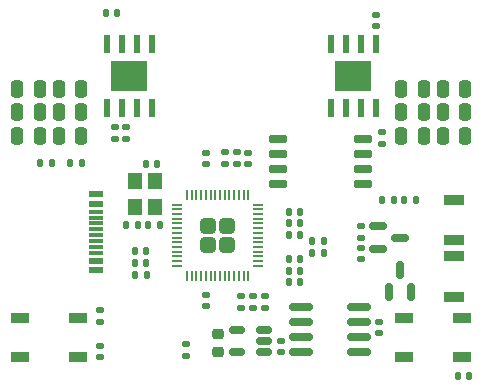
<source format=gbr>
%TF.GenerationSoftware,KiCad,Pcbnew,9.0.0*%
%TF.CreationDate,2025-02-22T01:50:20-08:00*%
%TF.ProjectId,Integrated FOC Stepper Driver,496e7465-6772-4617-9465-6420464f4320,rev?*%
%TF.SameCoordinates,Original*%
%TF.FileFunction,Paste,Top*%
%TF.FilePolarity,Positive*%
%FSLAX46Y46*%
G04 Gerber Fmt 4.6, Leading zero omitted, Abs format (unit mm)*
G04 Created by KiCad (PCBNEW 9.0.0) date 2025-02-22 01:50:20*
%MOMM*%
%LPD*%
G01*
G04 APERTURE LIST*
G04 Aperture macros list*
%AMRoundRect*
0 Rectangle with rounded corners*
0 $1 Rounding radius*
0 $2 $3 $4 $5 $6 $7 $8 $9 X,Y pos of 4 corners*
0 Add a 4 corners polygon primitive as box body*
4,1,4,$2,$3,$4,$5,$6,$7,$8,$9,$2,$3,0*
0 Add four circle primitives for the rounded corners*
1,1,$1+$1,$2,$3*
1,1,$1+$1,$4,$5*
1,1,$1+$1,$6,$7*
1,1,$1+$1,$8,$9*
0 Add four rect primitives between the rounded corners*
20,1,$1+$1,$2,$3,$4,$5,0*
20,1,$1+$1,$4,$5,$6,$7,0*
20,1,$1+$1,$6,$7,$8,$9,0*
20,1,$1+$1,$8,$9,$2,$3,0*%
G04 Aperture macros list end*
%ADD10RoundRect,0.135000X0.135000X0.185000X-0.135000X0.185000X-0.135000X-0.185000X0.135000X-0.185000X0*%
%ADD11RoundRect,0.250000X0.250000X0.475000X-0.250000X0.475000X-0.250000X-0.475000X0.250000X-0.475000X0*%
%ADD12RoundRect,0.250000X-0.250000X-0.475000X0.250000X-0.475000X0.250000X0.475000X-0.250000X0.475000X0*%
%ADD13RoundRect,0.135000X0.185000X-0.135000X0.185000X0.135000X-0.185000X0.135000X-0.185000X-0.135000X0*%
%ADD14RoundRect,0.140000X-0.170000X0.140000X-0.170000X-0.140000X0.170000X-0.140000X0.170000X0.140000X0*%
%ADD15RoundRect,0.090000X0.660000X0.360000X-0.660000X0.360000X-0.660000X-0.360000X0.660000X-0.360000X0*%
%ADD16RoundRect,0.140000X-0.140000X-0.170000X0.140000X-0.170000X0.140000X0.170000X-0.140000X0.170000X0*%
%ADD17RoundRect,0.249999X-0.395001X0.395001X-0.395001X-0.395001X0.395001X-0.395001X0.395001X0.395001X0*%
%ADD18RoundRect,0.050000X-0.050000X0.387500X-0.050000X-0.387500X0.050000X-0.387500X0.050000X0.387500X0*%
%ADD19RoundRect,0.050000X-0.387500X0.050000X-0.387500X-0.050000X0.387500X-0.050000X0.387500X0.050000X0*%
%ADD20R,1.700000X0.900000*%
%ADD21RoundRect,0.150000X0.825000X0.150000X-0.825000X0.150000X-0.825000X-0.150000X0.825000X-0.150000X0*%
%ADD22RoundRect,0.140000X0.140000X0.170000X-0.140000X0.170000X-0.140000X-0.170000X0.140000X-0.170000X0*%
%ADD23RoundRect,0.140000X0.170000X-0.140000X0.170000X0.140000X-0.170000X0.140000X-0.170000X-0.140000X0*%
%ADD24RoundRect,0.135000X-0.135000X-0.185000X0.135000X-0.185000X0.135000X0.185000X-0.135000X0.185000X0*%
%ADD25R,1.240000X0.600000*%
%ADD26R,1.240000X0.300000*%
%ADD27R,3.100000X2.600000*%
%ADD28R,0.600000X1.550000*%
%ADD29R,1.200000X1.400000*%
%ADD30RoundRect,0.135000X-0.185000X0.135000X-0.185000X-0.135000X0.185000X-0.135000X0.185000X0.135000X0*%
%ADD31RoundRect,0.150000X0.150000X-0.587500X0.150000X0.587500X-0.150000X0.587500X-0.150000X-0.587500X0*%
%ADD32RoundRect,0.225000X0.250000X-0.225000X0.250000X0.225000X-0.250000X0.225000X-0.250000X-0.225000X0*%
%ADD33RoundRect,0.150000X-0.587500X-0.150000X0.587500X-0.150000X0.587500X0.150000X-0.587500X0.150000X0*%
%ADD34RoundRect,0.150000X0.512500X0.150000X-0.512500X0.150000X-0.512500X-0.150000X0.512500X-0.150000X0*%
%ADD35RoundRect,0.150000X-0.650000X-0.150000X0.650000X-0.150000X0.650000X0.150000X-0.650000X0.150000X0*%
G04 APERTURE END LIST*
D10*
%TO.C,R1*%
X57010000Y-51500000D03*
X55990000Y-51500000D03*
%TD*%
D11*
%TO.C,C21*%
X68950000Y-42600000D03*
X67050000Y-42600000D03*
%TD*%
D12*
%TO.C,C15*%
X63550000Y-42600000D03*
X65450000Y-42600000D03*
%TD*%
D13*
%TO.C,R10*%
X45325000Y-61220000D03*
X45325000Y-60200000D03*
%TD*%
%TO.C,R11*%
X51000000Y-57160000D03*
X51000000Y-56140000D03*
%TD*%
D10*
%TO.C,R8*%
X62910000Y-48000000D03*
X61890000Y-48000000D03*
%TD*%
D14*
%TO.C,C9*%
X61700000Y-58320000D03*
X61700000Y-59280000D03*
%TD*%
D12*
%TO.C,C20*%
X31050000Y-40600000D03*
X32950000Y-40600000D03*
%TD*%
D11*
%TO.C,C16*%
X36450000Y-42600000D03*
X34550000Y-42600000D03*
%TD*%
%TO.C,C19*%
X68950000Y-40600000D03*
X67050000Y-40600000D03*
%TD*%
D15*
%TO.C,D1*%
X36200000Y-61300000D03*
X36200000Y-58000000D03*
X31300000Y-58000000D03*
X31300000Y-61300000D03*
%TD*%
D11*
%TO.C,C17*%
X68950000Y-38600000D03*
X67050000Y-38600000D03*
%TD*%
D16*
%TO.C,C34*%
X54020000Y-50000000D03*
X54980000Y-50000000D03*
%TD*%
%TO.C,C37*%
X54020000Y-53000000D03*
X54980000Y-53000000D03*
%TD*%
%TO.C,C27*%
X54020000Y-49000000D03*
X54980000Y-49000000D03*
%TD*%
D11*
%TO.C,C12*%
X36450000Y-38600000D03*
X34550000Y-38600000D03*
%TD*%
D17*
%TO.C,U1*%
X48800000Y-50200000D03*
X47200000Y-50200000D03*
X48800000Y-51800000D03*
X47200000Y-51800000D03*
D18*
X50600000Y-47562500D03*
X50200000Y-47562500D03*
X49800000Y-47562500D03*
X49400000Y-47562500D03*
X49000000Y-47562500D03*
X48600000Y-47562500D03*
X48200000Y-47562500D03*
X47800000Y-47562500D03*
X47400000Y-47562500D03*
X47000000Y-47562500D03*
X46600000Y-47562500D03*
X46200000Y-47562500D03*
X45800000Y-47562500D03*
X45400000Y-47562500D03*
D19*
X44562500Y-48400000D03*
X44562500Y-48800000D03*
X44562500Y-49200000D03*
X44562500Y-49600000D03*
X44562500Y-50000000D03*
X44562500Y-50400000D03*
X44562500Y-50800000D03*
X44562500Y-51200000D03*
X44562500Y-51600000D03*
X44562500Y-52000000D03*
X44562500Y-52400000D03*
X44562500Y-52800000D03*
X44562500Y-53200000D03*
X44562500Y-53600000D03*
D18*
X45400000Y-54437500D03*
X45800000Y-54437500D03*
X46200000Y-54437500D03*
X46600000Y-54437500D03*
X47000000Y-54437500D03*
X47400000Y-54437500D03*
X47800000Y-54437500D03*
X48200000Y-54437500D03*
X48600000Y-54437500D03*
X49000000Y-54437500D03*
X49400000Y-54437500D03*
X49800000Y-54437500D03*
X50200000Y-54437500D03*
X50600000Y-54437500D03*
D19*
X51437500Y-53600000D03*
X51437500Y-53200000D03*
X51437500Y-52800000D03*
X51437500Y-52400000D03*
X51437500Y-52000000D03*
X51437500Y-51600000D03*
X51437500Y-51200000D03*
X51437500Y-50800000D03*
X51437500Y-50400000D03*
X51437500Y-50000000D03*
X51437500Y-49600000D03*
X51437500Y-49200000D03*
X51437500Y-48800000D03*
X51437500Y-48400000D03*
%TD*%
D11*
%TO.C,C14*%
X36450000Y-40600000D03*
X34550000Y-40600000D03*
%TD*%
D20*
%TO.C,SW1*%
X68000000Y-56200000D03*
X68000000Y-52800000D03*
%TD*%
D12*
%TO.C,C22*%
X31050000Y-42600000D03*
X32950000Y-42600000D03*
%TD*%
D21*
%TO.C,U5*%
X59975000Y-60855000D03*
X59975000Y-59585000D03*
X59975000Y-58315000D03*
X59975000Y-57045000D03*
X55025000Y-57045000D03*
X55025000Y-58315000D03*
X55025000Y-59585000D03*
X55025000Y-60855000D03*
%TD*%
D22*
%TO.C,C24*%
X39510000Y-32160000D03*
X38550000Y-32160000D03*
%TD*%
D23*
%TO.C,C33*%
X50600000Y-44980000D03*
X50600000Y-44020000D03*
%TD*%
D24*
%TO.C,R5*%
X35490000Y-44875000D03*
X36510000Y-44875000D03*
%TD*%
D12*
%TO.C,C11*%
X63550000Y-38600000D03*
X65450000Y-38600000D03*
%TD*%
D25*
%TO.C,J1*%
X37725000Y-47550000D03*
X37725000Y-48350000D03*
D26*
X37725000Y-49500000D03*
X37725000Y-50500000D03*
X37725000Y-51000000D03*
X37725000Y-52000000D03*
D25*
X37725000Y-53150000D03*
X37725000Y-53950000D03*
X37725000Y-53950000D03*
X37725000Y-53150000D03*
D26*
X37725000Y-52500000D03*
X37725000Y-51500000D03*
X37725000Y-50000000D03*
X37725000Y-49000000D03*
D25*
X37725000Y-48350000D03*
X37725000Y-47550000D03*
%TD*%
D14*
%TO.C,C3*%
X61875000Y-42295000D03*
X61875000Y-43255000D03*
%TD*%
D27*
%TO.C,U6*%
X59500000Y-37500000D03*
D28*
X57595000Y-40200000D03*
X58865000Y-40200000D03*
X60135000Y-40200000D03*
X61405000Y-40200000D03*
X61405000Y-34800000D03*
X60135000Y-34800000D03*
X58865000Y-34800000D03*
X57595000Y-34800000D03*
%TD*%
D16*
%TO.C,C35*%
X54020000Y-51000000D03*
X54980000Y-51000000D03*
%TD*%
%TO.C,C2*%
X40265000Y-50100000D03*
X41225000Y-50100000D03*
%TD*%
D14*
%TO.C,C29*%
X52000000Y-56170000D03*
X52000000Y-57130000D03*
%TD*%
D16*
%TO.C,C1*%
X41920000Y-44950000D03*
X42880000Y-44950000D03*
%TD*%
D23*
%TO.C,C23*%
X61410000Y-33290000D03*
X61410000Y-32330000D03*
%TD*%
D29*
%TO.C,Y1*%
X40975000Y-46425000D03*
X40975000Y-48625000D03*
X42675000Y-48625000D03*
X42675000Y-46425000D03*
%TD*%
D27*
%TO.C,U7*%
X40500000Y-37500000D03*
D28*
X38595000Y-40200000D03*
X39865000Y-40200000D03*
X41135000Y-40200000D03*
X42405000Y-40200000D03*
X42405000Y-34800000D03*
X41135000Y-34800000D03*
X39865000Y-34800000D03*
X38595000Y-34800000D03*
%TD*%
D16*
%TO.C,C36*%
X54020000Y-54000000D03*
X54980000Y-54000000D03*
%TD*%
D14*
%TO.C,C30*%
X47000000Y-56020000D03*
X47000000Y-56980000D03*
%TD*%
D22*
%TO.C,C31*%
X41955000Y-52350000D03*
X40995000Y-52350000D03*
%TD*%
D30*
%TO.C,R12*%
X50000000Y-56140000D03*
X50000000Y-57160000D03*
%TD*%
D13*
%TO.C,R16*%
X48600000Y-45010000D03*
X48600000Y-43990000D03*
%TD*%
D24*
%TO.C,R2*%
X55990000Y-52500000D03*
X57010000Y-52500000D03*
%TD*%
D31*
%TO.C,D2*%
X62500000Y-55800000D03*
X64400000Y-55800000D03*
X63450000Y-53925000D03*
%TD*%
D32*
%TO.C,C6*%
X48000000Y-60900000D03*
X48000000Y-59350000D03*
%TD*%
D10*
%TO.C,R7*%
X64810000Y-48000000D03*
X63790000Y-48000000D03*
%TD*%
D13*
%TO.C,R15*%
X49600000Y-45010000D03*
X49600000Y-43990000D03*
%TD*%
D22*
%TO.C,C26*%
X41955000Y-53350000D03*
X40995000Y-53350000D03*
%TD*%
D23*
%TO.C,C4*%
X53325000Y-60875000D03*
X53325000Y-59915000D03*
%TD*%
D30*
%TO.C,R14*%
X39300000Y-41855000D03*
X39300000Y-42875000D03*
%TD*%
D22*
%TO.C,C10*%
X69285000Y-62925000D03*
X68325000Y-62925000D03*
%TD*%
D33*
%TO.C,U4*%
X61575000Y-50250000D03*
X61575000Y-52150000D03*
X63450000Y-51200000D03*
%TD*%
D23*
%TO.C,C32*%
X47000000Y-44980000D03*
X47000000Y-44020000D03*
%TD*%
D12*
%TO.C,C18*%
X31050000Y-38600000D03*
X32950000Y-38600000D03*
%TD*%
D13*
%TO.C,R9*%
X38000000Y-58320000D03*
X38000000Y-57300000D03*
%TD*%
D30*
%TO.C,R13*%
X40250000Y-41840000D03*
X40250000Y-42860000D03*
%TD*%
D12*
%TO.C,C13*%
X63550000Y-40600000D03*
X65450000Y-40600000D03*
%TD*%
D23*
%TO.C,C5*%
X60125000Y-51205000D03*
X60125000Y-50245000D03*
%TD*%
D34*
%TO.C,U3*%
X51937500Y-60900000D03*
X51937500Y-59950000D03*
X51937500Y-59000000D03*
X49662500Y-59000000D03*
X49662500Y-60900000D03*
%TD*%
D24*
%TO.C,R4*%
X40965000Y-54350000D03*
X41985000Y-54350000D03*
%TD*%
D14*
%TO.C,C7*%
X60125000Y-52070000D03*
X60125000Y-53030000D03*
%TD*%
D23*
%TO.C,C8*%
X38000000Y-61305000D03*
X38000000Y-60345000D03*
%TD*%
D24*
%TO.C,R3*%
X42095000Y-50100000D03*
X43115000Y-50100000D03*
%TD*%
D15*
%TO.C,D3*%
X68700000Y-61300000D03*
X68700000Y-58000000D03*
X63800000Y-58000000D03*
X63800000Y-61300000D03*
%TD*%
D20*
%TO.C,SW2*%
X68000000Y-51400000D03*
X68000000Y-48000000D03*
%TD*%
D35*
%TO.C,U2*%
X53070000Y-42875000D03*
X53070000Y-44145000D03*
X53070000Y-45415000D03*
X53070000Y-46685000D03*
X60270000Y-46685000D03*
X60270000Y-45415000D03*
X60270000Y-44145000D03*
X60270000Y-42875000D03*
%TD*%
D10*
%TO.C,R6*%
X34010000Y-44875000D03*
X32990000Y-44875000D03*
%TD*%
D16*
%TO.C,C28*%
X54020000Y-55000000D03*
X54980000Y-55000000D03*
%TD*%
M02*

</source>
